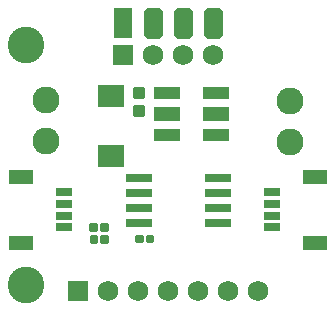
<source format=gbr>
G04 EAGLE Gerber RS-274X export*
G75*
%MOMM*%
%FSLAX34Y34*%
%LPD*%
%AMOC8*
5,1,8,0,0,1.08239X$1,22.5*%
G01*
%ADD10C,3.101600*%
%ADD11R,2.311400X0.711200*%
%ADD12R,2.301600X1.101600*%
%ADD13R,2.301600X1.201600*%
%ADD14R,1.451600X0.701600*%
%ADD15R,2.101600X1.301600*%
%ADD16C,0.419859*%
%ADD17C,0.326897*%
%ADD18R,1.752600X1.752600*%
%ADD19C,1.752600*%
%ADD20C,2.286000*%
%ADD21C,0.861566*%
%ADD22R,1.625600X2.641600*%
%ADD23R,2.301600X1.901600*%


D10*
X20000Y20000D03*
X20000Y223200D03*
D11*
X182640Y72390D03*
X182640Y85090D03*
X182640Y97790D03*
X182640Y110490D03*
X115330Y110490D03*
X115330Y97790D03*
X115330Y85090D03*
X115330Y72390D03*
D12*
X139000Y182474D03*
D13*
X139000Y164974D03*
D12*
X139000Y147474D03*
X181000Y147474D03*
D13*
X181000Y164974D03*
D12*
X181000Y182474D03*
D14*
X228000Y69000D03*
X228000Y79000D03*
X228000Y89000D03*
X228000Y99000D03*
D15*
X264750Y112000D03*
X264750Y56000D03*
D14*
X52000Y99000D03*
X52000Y89000D03*
X52000Y79000D03*
X52000Y69000D03*
D15*
X15250Y56000D03*
X15250Y112000D03*
D16*
X83887Y70926D02*
X87055Y70926D01*
X87055Y67758D01*
X83887Y67758D01*
X83887Y70926D01*
X78165Y70926D02*
X74997Y70926D01*
X78165Y70926D02*
X78165Y67758D01*
X74997Y67758D01*
X74997Y70926D01*
X84141Y60766D02*
X87309Y60766D01*
X87309Y57598D01*
X84141Y57598D01*
X84141Y60766D01*
X78419Y60766D02*
X75251Y60766D01*
X78419Y60766D02*
X78419Y57598D01*
X75251Y57598D01*
X75251Y60766D01*
X122749Y61274D02*
X125917Y61274D01*
X125917Y58106D01*
X122749Y58106D01*
X122749Y61274D01*
X117027Y61274D02*
X113859Y61274D01*
X117027Y61274D02*
X117027Y58106D01*
X113859Y58106D01*
X113859Y61274D01*
D17*
X118839Y163957D02*
X118839Y170595D01*
X118839Y163957D02*
X112201Y163957D01*
X112201Y170595D01*
X118839Y170595D01*
X118839Y167063D02*
X112201Y167063D01*
X112201Y170169D02*
X118839Y170169D01*
X118839Y179197D02*
X118839Y185835D01*
X118839Y179197D02*
X112201Y179197D01*
X112201Y185835D01*
X118839Y185835D01*
X118839Y182303D02*
X112201Y182303D01*
X112201Y185409D02*
X118839Y185409D01*
D18*
X101900Y215000D03*
D19*
X127300Y215000D03*
X152700Y215000D03*
X178100Y215000D03*
D20*
X37000Y142000D03*
X37000Y177000D03*
X243000Y176000D03*
X243000Y141000D03*
D21*
X181920Y233100D02*
X181920Y250900D01*
X181920Y233100D02*
X174280Y233100D01*
X174280Y250900D01*
X181920Y250900D01*
X181920Y241285D02*
X174280Y241285D01*
X174280Y249470D02*
X181920Y249470D01*
X156520Y250900D02*
X156520Y233100D01*
X148880Y233100D01*
X148880Y250900D01*
X156520Y250900D01*
X156520Y241285D02*
X148880Y241285D01*
X148880Y249470D02*
X156520Y249470D01*
X131120Y250900D02*
X131120Y233100D01*
X123480Y233100D01*
X123480Y250900D01*
X131120Y250900D01*
X131120Y241285D02*
X123480Y241285D01*
X123480Y249470D02*
X131120Y249470D01*
D22*
X101900Y242000D03*
D23*
X92000Y180500D03*
X92000Y129500D03*
D18*
X63800Y15000D03*
D19*
X89200Y15000D03*
X114600Y15000D03*
X140000Y15000D03*
X165400Y15000D03*
X190800Y15000D03*
X216200Y15000D03*
M02*

</source>
